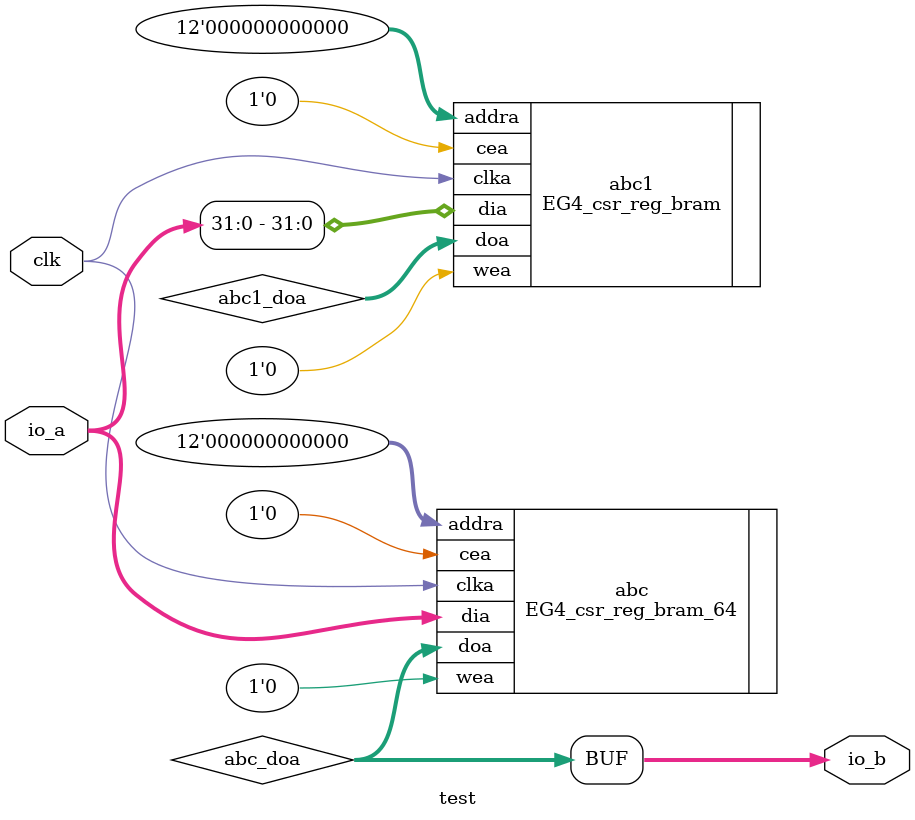
<source format=v>



module test (
  input      [63:0]   io_a,
  output     [63:0]   io_b,
  input               clk 
);
  wire                _zz_1_;
  wire                _zz_2_;
  wire       [11:0]   _zz_3_;
  wire                _zz_4_;
  wire                _zz_5_;
  wire       [31:0]   _zz_6_;
  wire       [11:0]   _zz_7_;
  wire       [63:0]   abc_doa;
  wire       [31:0]   abc1_doa;

  EG4_csr_reg_bram_64 abc ( 
    .clka     (clk            ), //i
    .wea      (_zz_1_         ), //i
    .cea      (_zz_2_         ), //i
    .dia      (io_a[63:0]     ), //i
    .addra    (_zz_3_[11:0]   ), //i
    .doa      (abc_doa[63:0]  )  //o
  );
  EG4_csr_reg_bram abc1 ( 
    .clka     (clk             ), //i
    .wea      (_zz_4_          ), //i
    .cea      (_zz_5_          ), //i
    .dia      (_zz_6_[31:0]    ), //i
    .addra    (_zz_7_[11:0]    ), //i
    .doa      (abc1_doa[31:0]  )  //o
  );
  assign _zz_1_ = 1'b0;
  assign _zz_2_ = 1'b0;
  assign _zz_3_ = 12'h0;
  assign io_b = abc_doa;
  assign _zz_4_ = 1'b0;
  assign _zz_5_ = 1'b0;
  assign _zz_6_ = io_a[31 : 0];
  assign _zz_7_ = 12'h0;

endmodule

</source>
